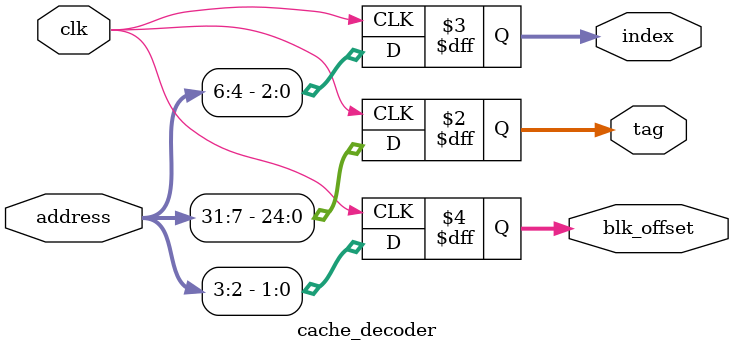
<source format=v>
module cache_decoder(clk, address, tag, index, blk_offset);
    input clk;
    input [31:0] address;

    output reg [24:0] tag;
    output reg [2:0] index;
    output reg [1:0] blk_offset;

    always@(posedge clk)
    begin
        tag <= address[31:7];
        index <= address[6:4];
        blk_offset <= address[3:2];
    end
endmodule
</source>
